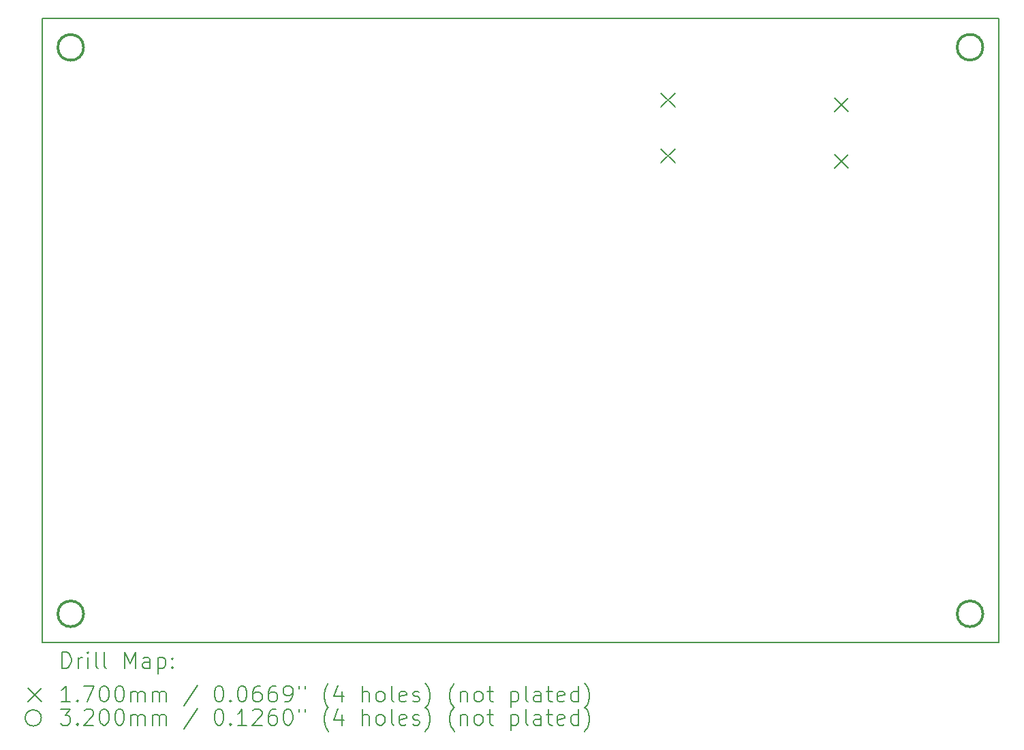
<source format=gbr>
%TF.GenerationSoftware,KiCad,Pcbnew,(6.0.11)*%
%TF.CreationDate,2023-02-28T10:49:58-05:00*%
%TF.ProjectId,RDNT_PCB,52444e54-5f50-4434-922e-6b696361645f,rev?*%
%TF.SameCoordinates,Original*%
%TF.FileFunction,Drillmap*%
%TF.FilePolarity,Positive*%
%FSLAX45Y45*%
G04 Gerber Fmt 4.5, Leading zero omitted, Abs format (unit mm)*
G04 Created by KiCad (PCBNEW (6.0.11)) date 2023-02-28 10:49:58*
%MOMM*%
%LPD*%
G01*
G04 APERTURE LIST*
%ADD10C,0.200000*%
%ADD11C,0.170000*%
%ADD12C,0.320000*%
G04 APERTURE END LIST*
D10*
X7010400Y-6565900D02*
X18897600Y-6565900D01*
X18897600Y-14325600D02*
X7010400Y-14325600D01*
X18897600Y-6565900D02*
X18897600Y-14325600D01*
X7010400Y-14325600D02*
X7010400Y-6565900D01*
D11*
X14704000Y-7490000D02*
X14874000Y-7660000D01*
X14874000Y-7490000D02*
X14704000Y-7660000D01*
X14704000Y-8190000D02*
X14874000Y-8360000D01*
X14874000Y-8190000D02*
X14704000Y-8360000D01*
X16859340Y-7556780D02*
X17029340Y-7726780D01*
X17029340Y-7556780D02*
X16859340Y-7726780D01*
X16859340Y-8256780D02*
X17029340Y-8426780D01*
X17029340Y-8256780D02*
X16859340Y-8426780D01*
D12*
X7526000Y-6924000D02*
G75*
G03*
X7526000Y-6924000I-160000J0D01*
G01*
X7526000Y-13970000D02*
G75*
G03*
X7526000Y-13970000I-160000J0D01*
G01*
X18702000Y-6921500D02*
G75*
G03*
X18702000Y-6921500I-160000J0D01*
G01*
X18702000Y-13970000D02*
G75*
G03*
X18702000Y-13970000I-160000J0D01*
G01*
D10*
X7258019Y-14646076D02*
X7258019Y-14446076D01*
X7305638Y-14446076D01*
X7334209Y-14455600D01*
X7353257Y-14474648D01*
X7362781Y-14493695D01*
X7372305Y-14531790D01*
X7372305Y-14560362D01*
X7362781Y-14598457D01*
X7353257Y-14617505D01*
X7334209Y-14636552D01*
X7305638Y-14646076D01*
X7258019Y-14646076D01*
X7458019Y-14646076D02*
X7458019Y-14512743D01*
X7458019Y-14550838D02*
X7467543Y-14531790D01*
X7477067Y-14522267D01*
X7496114Y-14512743D01*
X7515162Y-14512743D01*
X7581828Y-14646076D02*
X7581828Y-14512743D01*
X7581828Y-14446076D02*
X7572305Y-14455600D01*
X7581828Y-14465124D01*
X7591352Y-14455600D01*
X7581828Y-14446076D01*
X7581828Y-14465124D01*
X7705638Y-14646076D02*
X7686590Y-14636552D01*
X7677067Y-14617505D01*
X7677067Y-14446076D01*
X7810400Y-14646076D02*
X7791352Y-14636552D01*
X7781828Y-14617505D01*
X7781828Y-14446076D01*
X8038971Y-14646076D02*
X8038971Y-14446076D01*
X8105638Y-14588933D01*
X8172305Y-14446076D01*
X8172305Y-14646076D01*
X8353257Y-14646076D02*
X8353257Y-14541314D01*
X8343733Y-14522267D01*
X8324686Y-14512743D01*
X8286590Y-14512743D01*
X8267543Y-14522267D01*
X8353257Y-14636552D02*
X8334209Y-14646076D01*
X8286590Y-14646076D01*
X8267543Y-14636552D01*
X8258019Y-14617505D01*
X8258019Y-14598457D01*
X8267543Y-14579409D01*
X8286590Y-14569886D01*
X8334209Y-14569886D01*
X8353257Y-14560362D01*
X8448495Y-14512743D02*
X8448495Y-14712743D01*
X8448495Y-14522267D02*
X8467543Y-14512743D01*
X8505638Y-14512743D01*
X8524686Y-14522267D01*
X8534210Y-14531790D01*
X8543733Y-14550838D01*
X8543733Y-14607981D01*
X8534210Y-14627028D01*
X8524686Y-14636552D01*
X8505638Y-14646076D01*
X8467543Y-14646076D01*
X8448495Y-14636552D01*
X8629448Y-14627028D02*
X8638971Y-14636552D01*
X8629448Y-14646076D01*
X8619924Y-14636552D01*
X8629448Y-14627028D01*
X8629448Y-14646076D01*
X8629448Y-14522267D02*
X8638971Y-14531790D01*
X8629448Y-14541314D01*
X8619924Y-14531790D01*
X8629448Y-14522267D01*
X8629448Y-14541314D01*
D11*
X6830400Y-14890600D02*
X7000400Y-15060600D01*
X7000400Y-14890600D02*
X6830400Y-15060600D01*
D10*
X7362781Y-15066076D02*
X7248495Y-15066076D01*
X7305638Y-15066076D02*
X7305638Y-14866076D01*
X7286590Y-14894648D01*
X7267543Y-14913695D01*
X7248495Y-14923219D01*
X7448495Y-15047028D02*
X7458019Y-15056552D01*
X7448495Y-15066076D01*
X7438971Y-15056552D01*
X7448495Y-15047028D01*
X7448495Y-15066076D01*
X7524686Y-14866076D02*
X7658019Y-14866076D01*
X7572305Y-15066076D01*
X7772305Y-14866076D02*
X7791352Y-14866076D01*
X7810400Y-14875600D01*
X7819924Y-14885124D01*
X7829448Y-14904171D01*
X7838971Y-14942267D01*
X7838971Y-14989886D01*
X7829448Y-15027981D01*
X7819924Y-15047028D01*
X7810400Y-15056552D01*
X7791352Y-15066076D01*
X7772305Y-15066076D01*
X7753257Y-15056552D01*
X7743733Y-15047028D01*
X7734209Y-15027981D01*
X7724686Y-14989886D01*
X7724686Y-14942267D01*
X7734209Y-14904171D01*
X7743733Y-14885124D01*
X7753257Y-14875600D01*
X7772305Y-14866076D01*
X7962781Y-14866076D02*
X7981828Y-14866076D01*
X8000876Y-14875600D01*
X8010400Y-14885124D01*
X8019924Y-14904171D01*
X8029448Y-14942267D01*
X8029448Y-14989886D01*
X8019924Y-15027981D01*
X8010400Y-15047028D01*
X8000876Y-15056552D01*
X7981828Y-15066076D01*
X7962781Y-15066076D01*
X7943733Y-15056552D01*
X7934209Y-15047028D01*
X7924686Y-15027981D01*
X7915162Y-14989886D01*
X7915162Y-14942267D01*
X7924686Y-14904171D01*
X7934209Y-14885124D01*
X7943733Y-14875600D01*
X7962781Y-14866076D01*
X8115162Y-15066076D02*
X8115162Y-14932743D01*
X8115162Y-14951790D02*
X8124686Y-14942267D01*
X8143733Y-14932743D01*
X8172305Y-14932743D01*
X8191352Y-14942267D01*
X8200876Y-14961314D01*
X8200876Y-15066076D01*
X8200876Y-14961314D02*
X8210400Y-14942267D01*
X8229448Y-14932743D01*
X8258019Y-14932743D01*
X8277067Y-14942267D01*
X8286590Y-14961314D01*
X8286590Y-15066076D01*
X8381828Y-15066076D02*
X8381828Y-14932743D01*
X8381828Y-14951790D02*
X8391352Y-14942267D01*
X8410400Y-14932743D01*
X8438971Y-14932743D01*
X8458019Y-14942267D01*
X8467543Y-14961314D01*
X8467543Y-15066076D01*
X8467543Y-14961314D02*
X8477067Y-14942267D01*
X8496114Y-14932743D01*
X8524686Y-14932743D01*
X8543733Y-14942267D01*
X8553257Y-14961314D01*
X8553257Y-15066076D01*
X8943733Y-14856552D02*
X8772305Y-15113695D01*
X9200876Y-14866076D02*
X9219924Y-14866076D01*
X9238971Y-14875600D01*
X9248495Y-14885124D01*
X9258019Y-14904171D01*
X9267543Y-14942267D01*
X9267543Y-14989886D01*
X9258019Y-15027981D01*
X9248495Y-15047028D01*
X9238971Y-15056552D01*
X9219924Y-15066076D01*
X9200876Y-15066076D01*
X9181829Y-15056552D01*
X9172305Y-15047028D01*
X9162781Y-15027981D01*
X9153257Y-14989886D01*
X9153257Y-14942267D01*
X9162781Y-14904171D01*
X9172305Y-14885124D01*
X9181829Y-14875600D01*
X9200876Y-14866076D01*
X9353257Y-15047028D02*
X9362781Y-15056552D01*
X9353257Y-15066076D01*
X9343733Y-15056552D01*
X9353257Y-15047028D01*
X9353257Y-15066076D01*
X9486590Y-14866076D02*
X9505638Y-14866076D01*
X9524686Y-14875600D01*
X9534210Y-14885124D01*
X9543733Y-14904171D01*
X9553257Y-14942267D01*
X9553257Y-14989886D01*
X9543733Y-15027981D01*
X9534210Y-15047028D01*
X9524686Y-15056552D01*
X9505638Y-15066076D01*
X9486590Y-15066076D01*
X9467543Y-15056552D01*
X9458019Y-15047028D01*
X9448495Y-15027981D01*
X9438971Y-14989886D01*
X9438971Y-14942267D01*
X9448495Y-14904171D01*
X9458019Y-14885124D01*
X9467543Y-14875600D01*
X9486590Y-14866076D01*
X9724686Y-14866076D02*
X9686590Y-14866076D01*
X9667543Y-14875600D01*
X9658019Y-14885124D01*
X9638971Y-14913695D01*
X9629448Y-14951790D01*
X9629448Y-15027981D01*
X9638971Y-15047028D01*
X9648495Y-15056552D01*
X9667543Y-15066076D01*
X9705638Y-15066076D01*
X9724686Y-15056552D01*
X9734210Y-15047028D01*
X9743733Y-15027981D01*
X9743733Y-14980362D01*
X9734210Y-14961314D01*
X9724686Y-14951790D01*
X9705638Y-14942267D01*
X9667543Y-14942267D01*
X9648495Y-14951790D01*
X9638971Y-14961314D01*
X9629448Y-14980362D01*
X9915162Y-14866076D02*
X9877067Y-14866076D01*
X9858019Y-14875600D01*
X9848495Y-14885124D01*
X9829448Y-14913695D01*
X9819924Y-14951790D01*
X9819924Y-15027981D01*
X9829448Y-15047028D01*
X9838971Y-15056552D01*
X9858019Y-15066076D01*
X9896114Y-15066076D01*
X9915162Y-15056552D01*
X9924686Y-15047028D01*
X9934210Y-15027981D01*
X9934210Y-14980362D01*
X9924686Y-14961314D01*
X9915162Y-14951790D01*
X9896114Y-14942267D01*
X9858019Y-14942267D01*
X9838971Y-14951790D01*
X9829448Y-14961314D01*
X9819924Y-14980362D01*
X10029448Y-15066076D02*
X10067543Y-15066076D01*
X10086590Y-15056552D01*
X10096114Y-15047028D01*
X10115162Y-15018457D01*
X10124686Y-14980362D01*
X10124686Y-14904171D01*
X10115162Y-14885124D01*
X10105638Y-14875600D01*
X10086590Y-14866076D01*
X10048495Y-14866076D01*
X10029448Y-14875600D01*
X10019924Y-14885124D01*
X10010400Y-14904171D01*
X10010400Y-14951790D01*
X10019924Y-14970838D01*
X10029448Y-14980362D01*
X10048495Y-14989886D01*
X10086590Y-14989886D01*
X10105638Y-14980362D01*
X10115162Y-14970838D01*
X10124686Y-14951790D01*
X10200876Y-14866076D02*
X10200876Y-14904171D01*
X10277067Y-14866076D02*
X10277067Y-14904171D01*
X10572305Y-15142267D02*
X10562781Y-15132743D01*
X10543733Y-15104171D01*
X10534210Y-15085124D01*
X10524686Y-15056552D01*
X10515162Y-15008933D01*
X10515162Y-14970838D01*
X10524686Y-14923219D01*
X10534210Y-14894648D01*
X10543733Y-14875600D01*
X10562781Y-14847028D01*
X10572305Y-14837505D01*
X10734210Y-14932743D02*
X10734210Y-15066076D01*
X10686590Y-14856552D02*
X10638971Y-14999409D01*
X10762781Y-14999409D01*
X10991352Y-15066076D02*
X10991352Y-14866076D01*
X11077067Y-15066076D02*
X11077067Y-14961314D01*
X11067543Y-14942267D01*
X11048495Y-14932743D01*
X11019924Y-14932743D01*
X11000876Y-14942267D01*
X10991352Y-14951790D01*
X11200876Y-15066076D02*
X11181829Y-15056552D01*
X11172305Y-15047028D01*
X11162781Y-15027981D01*
X11162781Y-14970838D01*
X11172305Y-14951790D01*
X11181829Y-14942267D01*
X11200876Y-14932743D01*
X11229448Y-14932743D01*
X11248495Y-14942267D01*
X11258019Y-14951790D01*
X11267543Y-14970838D01*
X11267543Y-15027981D01*
X11258019Y-15047028D01*
X11248495Y-15056552D01*
X11229448Y-15066076D01*
X11200876Y-15066076D01*
X11381828Y-15066076D02*
X11362781Y-15056552D01*
X11353257Y-15037505D01*
X11353257Y-14866076D01*
X11534209Y-15056552D02*
X11515162Y-15066076D01*
X11477067Y-15066076D01*
X11458019Y-15056552D01*
X11448495Y-15037505D01*
X11448495Y-14961314D01*
X11458019Y-14942267D01*
X11477067Y-14932743D01*
X11515162Y-14932743D01*
X11534209Y-14942267D01*
X11543733Y-14961314D01*
X11543733Y-14980362D01*
X11448495Y-14999409D01*
X11619924Y-15056552D02*
X11638971Y-15066076D01*
X11677067Y-15066076D01*
X11696114Y-15056552D01*
X11705638Y-15037505D01*
X11705638Y-15027981D01*
X11696114Y-15008933D01*
X11677067Y-14999409D01*
X11648495Y-14999409D01*
X11629448Y-14989886D01*
X11619924Y-14970838D01*
X11619924Y-14961314D01*
X11629448Y-14942267D01*
X11648495Y-14932743D01*
X11677067Y-14932743D01*
X11696114Y-14942267D01*
X11772305Y-15142267D02*
X11781828Y-15132743D01*
X11800876Y-15104171D01*
X11810400Y-15085124D01*
X11819924Y-15056552D01*
X11829448Y-15008933D01*
X11829448Y-14970838D01*
X11819924Y-14923219D01*
X11810400Y-14894648D01*
X11800876Y-14875600D01*
X11781828Y-14847028D01*
X11772305Y-14837505D01*
X12134209Y-15142267D02*
X12124686Y-15132743D01*
X12105638Y-15104171D01*
X12096114Y-15085124D01*
X12086590Y-15056552D01*
X12077067Y-15008933D01*
X12077067Y-14970838D01*
X12086590Y-14923219D01*
X12096114Y-14894648D01*
X12105638Y-14875600D01*
X12124686Y-14847028D01*
X12134209Y-14837505D01*
X12210400Y-14932743D02*
X12210400Y-15066076D01*
X12210400Y-14951790D02*
X12219924Y-14942267D01*
X12238971Y-14932743D01*
X12267543Y-14932743D01*
X12286590Y-14942267D01*
X12296114Y-14961314D01*
X12296114Y-15066076D01*
X12419924Y-15066076D02*
X12400876Y-15056552D01*
X12391352Y-15047028D01*
X12381828Y-15027981D01*
X12381828Y-14970838D01*
X12391352Y-14951790D01*
X12400876Y-14942267D01*
X12419924Y-14932743D01*
X12448495Y-14932743D01*
X12467543Y-14942267D01*
X12477067Y-14951790D01*
X12486590Y-14970838D01*
X12486590Y-15027981D01*
X12477067Y-15047028D01*
X12467543Y-15056552D01*
X12448495Y-15066076D01*
X12419924Y-15066076D01*
X12543733Y-14932743D02*
X12619924Y-14932743D01*
X12572305Y-14866076D02*
X12572305Y-15037505D01*
X12581828Y-15056552D01*
X12600876Y-15066076D01*
X12619924Y-15066076D01*
X12838971Y-14932743D02*
X12838971Y-15132743D01*
X12838971Y-14942267D02*
X12858019Y-14932743D01*
X12896114Y-14932743D01*
X12915162Y-14942267D01*
X12924686Y-14951790D01*
X12934209Y-14970838D01*
X12934209Y-15027981D01*
X12924686Y-15047028D01*
X12915162Y-15056552D01*
X12896114Y-15066076D01*
X12858019Y-15066076D01*
X12838971Y-15056552D01*
X13048495Y-15066076D02*
X13029448Y-15056552D01*
X13019924Y-15037505D01*
X13019924Y-14866076D01*
X13210400Y-15066076D02*
X13210400Y-14961314D01*
X13200876Y-14942267D01*
X13181828Y-14932743D01*
X13143733Y-14932743D01*
X13124686Y-14942267D01*
X13210400Y-15056552D02*
X13191352Y-15066076D01*
X13143733Y-15066076D01*
X13124686Y-15056552D01*
X13115162Y-15037505D01*
X13115162Y-15018457D01*
X13124686Y-14999409D01*
X13143733Y-14989886D01*
X13191352Y-14989886D01*
X13210400Y-14980362D01*
X13277067Y-14932743D02*
X13353257Y-14932743D01*
X13305638Y-14866076D02*
X13305638Y-15037505D01*
X13315162Y-15056552D01*
X13334209Y-15066076D01*
X13353257Y-15066076D01*
X13496114Y-15056552D02*
X13477067Y-15066076D01*
X13438971Y-15066076D01*
X13419924Y-15056552D01*
X13410400Y-15037505D01*
X13410400Y-14961314D01*
X13419924Y-14942267D01*
X13438971Y-14932743D01*
X13477067Y-14932743D01*
X13496114Y-14942267D01*
X13505638Y-14961314D01*
X13505638Y-14980362D01*
X13410400Y-14999409D01*
X13677067Y-15066076D02*
X13677067Y-14866076D01*
X13677067Y-15056552D02*
X13658019Y-15066076D01*
X13619924Y-15066076D01*
X13600876Y-15056552D01*
X13591352Y-15047028D01*
X13581828Y-15027981D01*
X13581828Y-14970838D01*
X13591352Y-14951790D01*
X13600876Y-14942267D01*
X13619924Y-14932743D01*
X13658019Y-14932743D01*
X13677067Y-14942267D01*
X13753257Y-15142267D02*
X13762781Y-15132743D01*
X13781828Y-15104171D01*
X13791352Y-15085124D01*
X13800876Y-15056552D01*
X13810400Y-15008933D01*
X13810400Y-14970838D01*
X13800876Y-14923219D01*
X13791352Y-14894648D01*
X13781828Y-14875600D01*
X13762781Y-14847028D01*
X13753257Y-14837505D01*
X7000400Y-15265600D02*
G75*
G03*
X7000400Y-15265600I-100000J0D01*
G01*
X7238971Y-15156076D02*
X7362781Y-15156076D01*
X7296114Y-15232267D01*
X7324686Y-15232267D01*
X7343733Y-15241790D01*
X7353257Y-15251314D01*
X7362781Y-15270362D01*
X7362781Y-15317981D01*
X7353257Y-15337028D01*
X7343733Y-15346552D01*
X7324686Y-15356076D01*
X7267543Y-15356076D01*
X7248495Y-15346552D01*
X7238971Y-15337028D01*
X7448495Y-15337028D02*
X7458019Y-15346552D01*
X7448495Y-15356076D01*
X7438971Y-15346552D01*
X7448495Y-15337028D01*
X7448495Y-15356076D01*
X7534209Y-15175124D02*
X7543733Y-15165600D01*
X7562781Y-15156076D01*
X7610400Y-15156076D01*
X7629448Y-15165600D01*
X7638971Y-15175124D01*
X7648495Y-15194171D01*
X7648495Y-15213219D01*
X7638971Y-15241790D01*
X7524686Y-15356076D01*
X7648495Y-15356076D01*
X7772305Y-15156076D02*
X7791352Y-15156076D01*
X7810400Y-15165600D01*
X7819924Y-15175124D01*
X7829448Y-15194171D01*
X7838971Y-15232267D01*
X7838971Y-15279886D01*
X7829448Y-15317981D01*
X7819924Y-15337028D01*
X7810400Y-15346552D01*
X7791352Y-15356076D01*
X7772305Y-15356076D01*
X7753257Y-15346552D01*
X7743733Y-15337028D01*
X7734209Y-15317981D01*
X7724686Y-15279886D01*
X7724686Y-15232267D01*
X7734209Y-15194171D01*
X7743733Y-15175124D01*
X7753257Y-15165600D01*
X7772305Y-15156076D01*
X7962781Y-15156076D02*
X7981828Y-15156076D01*
X8000876Y-15165600D01*
X8010400Y-15175124D01*
X8019924Y-15194171D01*
X8029448Y-15232267D01*
X8029448Y-15279886D01*
X8019924Y-15317981D01*
X8010400Y-15337028D01*
X8000876Y-15346552D01*
X7981828Y-15356076D01*
X7962781Y-15356076D01*
X7943733Y-15346552D01*
X7934209Y-15337028D01*
X7924686Y-15317981D01*
X7915162Y-15279886D01*
X7915162Y-15232267D01*
X7924686Y-15194171D01*
X7934209Y-15175124D01*
X7943733Y-15165600D01*
X7962781Y-15156076D01*
X8115162Y-15356076D02*
X8115162Y-15222743D01*
X8115162Y-15241790D02*
X8124686Y-15232267D01*
X8143733Y-15222743D01*
X8172305Y-15222743D01*
X8191352Y-15232267D01*
X8200876Y-15251314D01*
X8200876Y-15356076D01*
X8200876Y-15251314D02*
X8210400Y-15232267D01*
X8229448Y-15222743D01*
X8258019Y-15222743D01*
X8277067Y-15232267D01*
X8286590Y-15251314D01*
X8286590Y-15356076D01*
X8381828Y-15356076D02*
X8381828Y-15222743D01*
X8381828Y-15241790D02*
X8391352Y-15232267D01*
X8410400Y-15222743D01*
X8438971Y-15222743D01*
X8458019Y-15232267D01*
X8467543Y-15251314D01*
X8467543Y-15356076D01*
X8467543Y-15251314D02*
X8477067Y-15232267D01*
X8496114Y-15222743D01*
X8524686Y-15222743D01*
X8543733Y-15232267D01*
X8553257Y-15251314D01*
X8553257Y-15356076D01*
X8943733Y-15146552D02*
X8772305Y-15403695D01*
X9200876Y-15156076D02*
X9219924Y-15156076D01*
X9238971Y-15165600D01*
X9248495Y-15175124D01*
X9258019Y-15194171D01*
X9267543Y-15232267D01*
X9267543Y-15279886D01*
X9258019Y-15317981D01*
X9248495Y-15337028D01*
X9238971Y-15346552D01*
X9219924Y-15356076D01*
X9200876Y-15356076D01*
X9181829Y-15346552D01*
X9172305Y-15337028D01*
X9162781Y-15317981D01*
X9153257Y-15279886D01*
X9153257Y-15232267D01*
X9162781Y-15194171D01*
X9172305Y-15175124D01*
X9181829Y-15165600D01*
X9200876Y-15156076D01*
X9353257Y-15337028D02*
X9362781Y-15346552D01*
X9353257Y-15356076D01*
X9343733Y-15346552D01*
X9353257Y-15337028D01*
X9353257Y-15356076D01*
X9553257Y-15356076D02*
X9438971Y-15356076D01*
X9496114Y-15356076D02*
X9496114Y-15156076D01*
X9477067Y-15184648D01*
X9458019Y-15203695D01*
X9438971Y-15213219D01*
X9629448Y-15175124D02*
X9638971Y-15165600D01*
X9658019Y-15156076D01*
X9705638Y-15156076D01*
X9724686Y-15165600D01*
X9734210Y-15175124D01*
X9743733Y-15194171D01*
X9743733Y-15213219D01*
X9734210Y-15241790D01*
X9619924Y-15356076D01*
X9743733Y-15356076D01*
X9915162Y-15156076D02*
X9877067Y-15156076D01*
X9858019Y-15165600D01*
X9848495Y-15175124D01*
X9829448Y-15203695D01*
X9819924Y-15241790D01*
X9819924Y-15317981D01*
X9829448Y-15337028D01*
X9838971Y-15346552D01*
X9858019Y-15356076D01*
X9896114Y-15356076D01*
X9915162Y-15346552D01*
X9924686Y-15337028D01*
X9934210Y-15317981D01*
X9934210Y-15270362D01*
X9924686Y-15251314D01*
X9915162Y-15241790D01*
X9896114Y-15232267D01*
X9858019Y-15232267D01*
X9838971Y-15241790D01*
X9829448Y-15251314D01*
X9819924Y-15270362D01*
X10058019Y-15156076D02*
X10077067Y-15156076D01*
X10096114Y-15165600D01*
X10105638Y-15175124D01*
X10115162Y-15194171D01*
X10124686Y-15232267D01*
X10124686Y-15279886D01*
X10115162Y-15317981D01*
X10105638Y-15337028D01*
X10096114Y-15346552D01*
X10077067Y-15356076D01*
X10058019Y-15356076D01*
X10038971Y-15346552D01*
X10029448Y-15337028D01*
X10019924Y-15317981D01*
X10010400Y-15279886D01*
X10010400Y-15232267D01*
X10019924Y-15194171D01*
X10029448Y-15175124D01*
X10038971Y-15165600D01*
X10058019Y-15156076D01*
X10200876Y-15156076D02*
X10200876Y-15194171D01*
X10277067Y-15156076D02*
X10277067Y-15194171D01*
X10572305Y-15432267D02*
X10562781Y-15422743D01*
X10543733Y-15394171D01*
X10534210Y-15375124D01*
X10524686Y-15346552D01*
X10515162Y-15298933D01*
X10515162Y-15260838D01*
X10524686Y-15213219D01*
X10534210Y-15184648D01*
X10543733Y-15165600D01*
X10562781Y-15137028D01*
X10572305Y-15127505D01*
X10734210Y-15222743D02*
X10734210Y-15356076D01*
X10686590Y-15146552D02*
X10638971Y-15289409D01*
X10762781Y-15289409D01*
X10991352Y-15356076D02*
X10991352Y-15156076D01*
X11077067Y-15356076D02*
X11077067Y-15251314D01*
X11067543Y-15232267D01*
X11048495Y-15222743D01*
X11019924Y-15222743D01*
X11000876Y-15232267D01*
X10991352Y-15241790D01*
X11200876Y-15356076D02*
X11181829Y-15346552D01*
X11172305Y-15337028D01*
X11162781Y-15317981D01*
X11162781Y-15260838D01*
X11172305Y-15241790D01*
X11181829Y-15232267D01*
X11200876Y-15222743D01*
X11229448Y-15222743D01*
X11248495Y-15232267D01*
X11258019Y-15241790D01*
X11267543Y-15260838D01*
X11267543Y-15317981D01*
X11258019Y-15337028D01*
X11248495Y-15346552D01*
X11229448Y-15356076D01*
X11200876Y-15356076D01*
X11381828Y-15356076D02*
X11362781Y-15346552D01*
X11353257Y-15327505D01*
X11353257Y-15156076D01*
X11534209Y-15346552D02*
X11515162Y-15356076D01*
X11477067Y-15356076D01*
X11458019Y-15346552D01*
X11448495Y-15327505D01*
X11448495Y-15251314D01*
X11458019Y-15232267D01*
X11477067Y-15222743D01*
X11515162Y-15222743D01*
X11534209Y-15232267D01*
X11543733Y-15251314D01*
X11543733Y-15270362D01*
X11448495Y-15289409D01*
X11619924Y-15346552D02*
X11638971Y-15356076D01*
X11677067Y-15356076D01*
X11696114Y-15346552D01*
X11705638Y-15327505D01*
X11705638Y-15317981D01*
X11696114Y-15298933D01*
X11677067Y-15289409D01*
X11648495Y-15289409D01*
X11629448Y-15279886D01*
X11619924Y-15260838D01*
X11619924Y-15251314D01*
X11629448Y-15232267D01*
X11648495Y-15222743D01*
X11677067Y-15222743D01*
X11696114Y-15232267D01*
X11772305Y-15432267D02*
X11781828Y-15422743D01*
X11800876Y-15394171D01*
X11810400Y-15375124D01*
X11819924Y-15346552D01*
X11829448Y-15298933D01*
X11829448Y-15260838D01*
X11819924Y-15213219D01*
X11810400Y-15184648D01*
X11800876Y-15165600D01*
X11781828Y-15137028D01*
X11772305Y-15127505D01*
X12134209Y-15432267D02*
X12124686Y-15422743D01*
X12105638Y-15394171D01*
X12096114Y-15375124D01*
X12086590Y-15346552D01*
X12077067Y-15298933D01*
X12077067Y-15260838D01*
X12086590Y-15213219D01*
X12096114Y-15184648D01*
X12105638Y-15165600D01*
X12124686Y-15137028D01*
X12134209Y-15127505D01*
X12210400Y-15222743D02*
X12210400Y-15356076D01*
X12210400Y-15241790D02*
X12219924Y-15232267D01*
X12238971Y-15222743D01*
X12267543Y-15222743D01*
X12286590Y-15232267D01*
X12296114Y-15251314D01*
X12296114Y-15356076D01*
X12419924Y-15356076D02*
X12400876Y-15346552D01*
X12391352Y-15337028D01*
X12381828Y-15317981D01*
X12381828Y-15260838D01*
X12391352Y-15241790D01*
X12400876Y-15232267D01*
X12419924Y-15222743D01*
X12448495Y-15222743D01*
X12467543Y-15232267D01*
X12477067Y-15241790D01*
X12486590Y-15260838D01*
X12486590Y-15317981D01*
X12477067Y-15337028D01*
X12467543Y-15346552D01*
X12448495Y-15356076D01*
X12419924Y-15356076D01*
X12543733Y-15222743D02*
X12619924Y-15222743D01*
X12572305Y-15156076D02*
X12572305Y-15327505D01*
X12581828Y-15346552D01*
X12600876Y-15356076D01*
X12619924Y-15356076D01*
X12838971Y-15222743D02*
X12838971Y-15422743D01*
X12838971Y-15232267D02*
X12858019Y-15222743D01*
X12896114Y-15222743D01*
X12915162Y-15232267D01*
X12924686Y-15241790D01*
X12934209Y-15260838D01*
X12934209Y-15317981D01*
X12924686Y-15337028D01*
X12915162Y-15346552D01*
X12896114Y-15356076D01*
X12858019Y-15356076D01*
X12838971Y-15346552D01*
X13048495Y-15356076D02*
X13029448Y-15346552D01*
X13019924Y-15327505D01*
X13019924Y-15156076D01*
X13210400Y-15356076D02*
X13210400Y-15251314D01*
X13200876Y-15232267D01*
X13181828Y-15222743D01*
X13143733Y-15222743D01*
X13124686Y-15232267D01*
X13210400Y-15346552D02*
X13191352Y-15356076D01*
X13143733Y-15356076D01*
X13124686Y-15346552D01*
X13115162Y-15327505D01*
X13115162Y-15308457D01*
X13124686Y-15289409D01*
X13143733Y-15279886D01*
X13191352Y-15279886D01*
X13210400Y-15270362D01*
X13277067Y-15222743D02*
X13353257Y-15222743D01*
X13305638Y-15156076D02*
X13305638Y-15327505D01*
X13315162Y-15346552D01*
X13334209Y-15356076D01*
X13353257Y-15356076D01*
X13496114Y-15346552D02*
X13477067Y-15356076D01*
X13438971Y-15356076D01*
X13419924Y-15346552D01*
X13410400Y-15327505D01*
X13410400Y-15251314D01*
X13419924Y-15232267D01*
X13438971Y-15222743D01*
X13477067Y-15222743D01*
X13496114Y-15232267D01*
X13505638Y-15251314D01*
X13505638Y-15270362D01*
X13410400Y-15289409D01*
X13677067Y-15356076D02*
X13677067Y-15156076D01*
X13677067Y-15346552D02*
X13658019Y-15356076D01*
X13619924Y-15356076D01*
X13600876Y-15346552D01*
X13591352Y-15337028D01*
X13581828Y-15317981D01*
X13581828Y-15260838D01*
X13591352Y-15241790D01*
X13600876Y-15232267D01*
X13619924Y-15222743D01*
X13658019Y-15222743D01*
X13677067Y-15232267D01*
X13753257Y-15432267D02*
X13762781Y-15422743D01*
X13781828Y-15394171D01*
X13791352Y-15375124D01*
X13800876Y-15346552D01*
X13810400Y-15298933D01*
X13810400Y-15260838D01*
X13800876Y-15213219D01*
X13791352Y-15184648D01*
X13781828Y-15165600D01*
X13762781Y-15137028D01*
X13753257Y-15127505D01*
M02*

</source>
